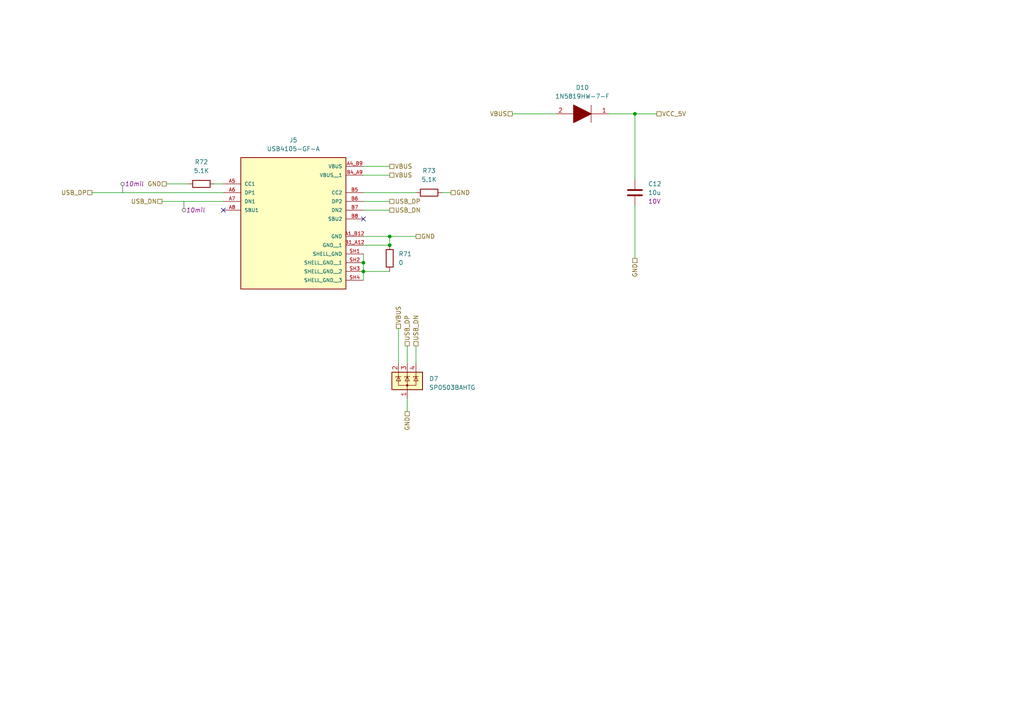
<source format=kicad_sch>
(kicad_sch (version 20250114) (generator "eeschema") (generator_version "9.0")
  (paper "A4")
  (title_block (title "A1S Mini Board") (date "2025-03-30") (rev "0.3.0") (company "Martin Roger"))
  (lib_symbols
    (symbol "DIY:USB4105-GF-A" (pin_names (offset 1.016))
      (property "Reference" "J" (at -15.24 13.97 0))
      (property "Value" "USB4105-GF-A" (at -15.24 -27.94 0))
      (symbol "USB4105-GF-A_0_0"
        (rectangle (start -15.24 -25.4) (end 15.24 12.7) (stroke (width 0.254)) (fill (type background)))
        (pin bidirectional line (at -20.32 5.08 0) (length 5.08) (name "CC1") (number "A5"))
        (pin bidirectional line (at -20.32 2.54 0) (length 5.08) (name "DP1") (number "A6"))
        (pin bidirectional line (at -20.32 0 0) (length 5.08) (name "DN1") (number "A7"))
        (pin bidirectional line (at -20.32 -2.54 0) (length 5.08) (name "SBU1") (number "A8"))
        (pin power_in line (at 20.32 10.16 180) (length 5.08) (name "VBUS") (number "A4_B9"))
        (pin power_in line (at 20.32 7.62 180) (length 5.08) (name "VBUS__1") (number "B4_A9"))
        (pin bidirectional line (at 20.32 2.54 180) (length 5.08) (name "CC2") (number "B5"))
        (pin bidirectional line (at 20.32 0 180) (length 5.08) (name "DP2") (number "B6"))
        (pin bidirectional line (at 20.32 -2.54 180) (length 5.08) (name "DN2") (number "B7"))
        (pin bidirectional line (at 20.32 -5.08 180) (length 5.08) (name "SBU2") (number "B8"))
        (pin power_in line (at 20.32 -10.16 180) (length 5.08) (name "GND") (number "A1_B12"))
        (pin power_in line (at 20.32 -12.7 180) (length 5.08) (name "GND__1") (number "B1_A12"))
        (pin power_in line (at 20.32 -15.24 180) (length 5.08) (name "SHELL_GND") (number "SH1"))
        (pin power_in line (at 20.32 -17.78 180) (length 5.08) (name "SHELL_GND__1") (number "SH2"))
        (pin power_in line (at 20.32 -20.32 180) (length 5.08) (name "SHELL_GND__2") (number "SH3"))
        (pin power_in line (at 20.32 -22.86 180) (length 5.08) (name "SHELL_GND__3") (number "SH4"))
      )
    )
    (symbol "Power_Protection:SP0503BAHT" (pin_names (hide yes))
      (property "Reference" "D" (at 5.715 2.54 0))
      (property "Value" "SP0503BAHT" (at 5.715 0.635 0))
      (symbol "SP0503BAHT_0_0"
        (pin passive line (at 0 -5.08 90) (length 2.54) (name "A") (number "1"))
      )
      (symbol "SP0503BAHT_0_1"
        (rectangle (start -4.445 2.54) (end 4.445 -2.54) (stroke (width 0.254)) (fill (type background)))
        (polyline (pts (xy -3.302 1.016) (xy -3.302 1.27) (xy -1.905 1.27) (xy -1.778 1.27)))
        (polyline (pts (xy -2.54 2.54) (xy -2.54 1.27)))
        (polyline (pts (xy -2.54 1.27) (xy -2.54 -1.27) (xy 2.54 -1.27) (xy 2.54 1.27)))
        (polyline (pts (xy -2.54 1.27) (xy -1.905 0) (xy -3.175 0) (xy -2.54 1.27)))
        (polyline (pts (xy 0 2.54) (xy 0 1.27)))
        (polyline (pts (xy 0 -1.27) (xy 0 1.27)))
        (polyline (pts (xy 0 -1.27) (xy 0 -2.54)))
        (circle (center 0 -1.27) (radius 0.254) (fill (type outline)))
        (polyline (pts (xy 0.635 1.27) (xy 0.762 1.27)))
        (polyline (pts (xy 0.635 1.27) (xy -0.762 1.27) (xy -0.762 1.016)))
        (polyline (pts (xy 0.635 0) (xy -0.635 0) (xy 0 1.27) (xy 0.635 0)))
        (polyline (pts (xy 1.778 1.016) (xy 1.778 1.27) (xy 3.175 1.27) (xy 3.302 1.27)))
        (polyline (pts (xy 2.54 2.54) (xy 2.54 1.27)))
        (polyline (pts (xy 2.54 1.27) (xy 1.905 0) (xy 3.175 0) (xy 2.54 1.27)))
      )
      (symbol "SP0503BAHT_1_1"
        (pin passive line (at -2.54 5.08 270) (length 2.54) (name "K") (number "2"))
        (pin passive line (at 0 5.08 270) (length 2.54) (name "K") (number "3"))
        (pin passive line (at 2.54 5.08 270) (length 2.54) (name "K") (number "4"))
      )
    )
    (symbol "VXDash_diodes:1N5819HW-7-F" (pin_names (offset 0.762))
      (property "Reference" "D" (at 11.43 5.08 0))
      (property "Value" "1N5819HW-7-F" (at 11.43 2.54 0))
      (symbol "1N5819HW-7-F_0_0"
        (pin passive line (at 0 0 0) (length 2.54) (name "~") (number "1"))
        (pin passive line (at 15.24 0 180) (length 2.54) (name "~") (number "2"))
      )
      (symbol "1N5819HW-7-F_0_1"
        (polyline (pts (xy 2.54 0) (xy 5.08 0)) (stroke (width 0.1524)))
        (polyline (pts (xy 5.08 2.54) (xy 5.08 -2.54)) (stroke (width 0.1524)))
        (polyline (pts (xy 5.08 0) (xy 10.16 2.54) (xy 10.16 -2.54) (xy 5.08 0)) (stroke (width 0.254)) (fill (type outline)))
        (polyline (pts (xy 10.16 0) (xy 12.7 0)) (stroke (width 0.1524)))
      )
    )
    (symbol "VXDash_passives:Cap_MLCC" (pin_numbers (hide yes)) (pin_names (offset 0.254))
      (property "Reference" "C" (at 2.54 2.54 0))
      (property "Value" "Cap_MLCC" (at 2.54 0 0))
      (property "Voltage" "50V" (at 2.54 -2.54 0))
      (symbol "Cap_MLCC_0_1"
        (polyline (pts (xy -2.032 0.762) (xy 2.032 0.762)) (stroke (width 0.508)))
        (polyline (pts (xy -2.032 -0.762) (xy 2.032 -0.762)) (stroke (width 0.508)))
      )
      (symbol "Cap_MLCC_1_1"
        (pin passive line (at 0 3.81 270) (length 2.794) (name "~") (number "1"))
        (pin passive line (at 0 -3.81 90) (length 2.794) (name "~") (number "2"))
      )
    )
    (symbol "VXDash_passives:Res" (pin_numbers (hide yes)) (pin_names (offset 0))
      (property "Reference" "R" (at 1.27 1.27 0))
      (property "Value" "Res" (at 1.27 -1.27 0))
      (symbol "Res_0_1"
        (rectangle (start -1.016 -2.54) (end 1.016 2.54) (stroke (width 0.254)))
      )
      (symbol "Res_1_1"
        (pin passive line (at 0 3.81 270) (length 1.27) (name "~") (number "1"))
        (pin passive line (at 0 -3.81 90) (length 1.27) (name "~") (number "2"))
      )
    )
  )
  (junction (at 105.41 78.74))
  (junction (at 113.03 71.12))
  (junction (at 113.03 68.58))
  (junction (at 105.41 76.2))
  (junction (at 184.15 33.02))
  (no_connect (at 64.77 60.96))
  (no_connect (at 105.41 63.5))
  (wire (pts (xy 176.53 33.02) (xy 184.15 33.02)))
  (wire (pts (xy 62.23 53.34) (xy 64.77 53.34)))
  (wire (pts (xy 118.11 115.57) (xy 118.11 119.38)))
  (wire (pts (xy 105.41 71.12) (xy 113.03 71.12)))
  (wire (pts (xy 115.57 95.25) (xy 115.57 105.41)))
  (wire (pts (xy 26.67 55.88) (xy 64.77 55.88)))
  (wire (pts (xy 184.15 59.69) (xy 184.15 74.93)))
  (wire (pts (xy 105.41 76.2) (xy 105.41 78.74)))
  (wire (pts (xy 105.41 48.26) (xy 113.03 48.26)))
  (wire (pts (xy 105.41 78.74) (xy 105.41 81.28)))
  (wire (pts (xy 148.59 33.02) (xy 161.29 33.02)))
  (wire (pts (xy 46.99 58.42) (xy 64.77 58.42)))
  (wire (pts (xy 105.41 68.58) (xy 113.03 68.58)))
  (wire (pts (xy 128.27 55.88) (xy 130.81 55.88)))
  (wire (pts (xy 105.41 78.74) (xy 113.03 78.74)))
  (wire (pts (xy 105.41 55.88) (xy 120.65 55.88)))
  (wire (pts (xy 184.15 33.02) (xy 190.5 33.02)))
  (wire (pts (xy 120.65 100.33) (xy 120.65 105.41)))
  (wire (pts (xy 118.11 100.33) (xy 118.11 105.41)))
  (wire (pts (xy 105.41 50.8) (xy 113.03 50.8)))
  (wire (pts (xy 184.15 33.02) (xy 184.15 52.07)))
  (wire (pts (xy 113.03 68.58) (xy 120.65 68.58)))
  (wire (pts (xy 105.41 60.96) (xy 113.03 60.96)))
  (wire (pts (xy 105.41 58.42) (xy 113.03 58.42)))
  (wire (pts (xy 113.03 68.58) (xy 113.03 71.12)))
  (wire (pts (xy 105.41 73.66) (xy 105.41 76.2)))
  (wire (pts (xy 48.26 53.34) (xy 54.61 53.34)))
  (hierarchical_label "VBUS" (shape passive) (at 113.03 48.26 0))
  (hierarchical_label "VCC_5V" (shape passive) (at 190.5 33.02 0))
  (hierarchical_label "GND" (shape passive) (at 184.15 74.93 270))
  (hierarchical_label "USB_DN" (shape passive) (at 113.03 60.96 0))
  (hierarchical_label "GND" (shape passive) (at 118.11 119.38 270))
  (hierarchical_label "GND" (shape passive) (at 120.65 68.58 0))
  (hierarchical_label "VBUS" (shape passive) (at 113.03 50.8 0))
  (hierarchical_label "VBUS" (shape passive) (at 148.59 33.02 180))
  (hierarchical_label "USB_DP" (shape passive) (at 113.03 58.42 0))
  (hierarchical_label "GND" (shape passive) (at 130.81 55.88 0))
  (hierarchical_label "USB_DP" (shape passive) (at 118.11 100.33 90))
  (hierarchical_label "USB_DN" (shape passive) (at 46.99 58.42 180))
  (hierarchical_label "VBUS" (shape passive) (at 115.57 95.25 90))
  (hierarchical_label "USB_DN" (shape passive) (at 120.65 100.33 90))
  (hierarchical_label "USB_DP" (shape passive) (at 26.67 55.88 180))
  (hierarchical_label "GND" (shape passive) (at 48.26 53.34 180))
  (netclass_flag "" (length 2.54) (shape round) (at 35.56 55.88 0) (property "Netclass" "10mil" (at 36.1696 53.34 0) (effects (font (italic yes)) (justify left))))
  (netclass_flag "" (length 2.54) (shape round) (at 53.34 58.42 180) (property "Netclass" "10mil" (at 53.9496 60.96 0) (effects (font (italic yes)) (justify left))))
  (symbol (lib_id "VXDash_passives:Res") (at 113.03 74.93 0) (unit 1)
    (property "Reference" "R71" (at 115.57 73.6599 0) (effects (justify left)))
    (property "Value" "0" (at 115.57 76.1999 0) (effects (justify left)))
    (property "Description" "Resistor" (effects (hide yes)))
    (property "Tol" "1%" (effects (hide yes)))
    (property "Power" "100mW" (effects (hide yes)))
  )
  (symbol (lib_id "DIY:USB4105-GF-A") (at 85.09 58.42 0) (unit 1)
    (property "Reference" "J5" (at 85.09 40.64 0))
    (property "Value" "USB4105-GF-A" (at 85.09 43.18 0))
    (property "Footprint" "DIY:GCT_USB4105-GF-A" (effects (hide yes)))
    (property "Datasheet" "https://mm.digikey.com/Volume0/opasdata/d220001/medias/docus/5492/USB4105.pdf" (effects (hide yes)))
    (property "Description" "CONN RCP USB2.0 TYP C 24P SMD RA" (effects (hide yes)))
    (property "PARTREV" "B4" (effects (hide yes)))
    (property "STANDARD" "Manufacturer Recommendations" (effects (hide yes)))
    (property "MAXIMUM_PACKAGE_HEIGHT" "3.31 mm" (effects (hide yes)))
    (property "MANUFACTURER" "GCT" (effects (hide yes)))
    (property "Manufacturer_Name" "GCT" (effects (hide yes)))
    (property "Manufacturer_Part_Number" "USB4105-GF-A" (effects (hide yes)))
    (property "Type" "SMD" (effects (hide yes)))
    (instances (project "a1s-mini" (path "" (reference "J5") (unit 1)) (path "" (reference "J6") (unit 1))) (project "a1s-mini" (path "" (reference "J5") (unit 1))))
  )
  (symbol (lib_id "VXDash_diodes:1N5819HW-7-F") (at 176.53 33.02 180) (unit 1)
    (property "Reference" "D10" (at 168.91 25.4 0))
    (property "Value" "1N5819HW-7-F" (at 168.91 27.94 0))
    (property "Footprint" "Diode_SMD:D_SOD-123" (effects (hide yes)))
    (property "Datasheet" "https://www.diodes.com//assets/Datasheets/1N5819HW.pdf" (effects (hide yes)))
    (property "Description" "Diode Schottky 1A 40V SOD123 Diodes Inc 1N5819HW-7-F, SMT Schottky Diode, 40V 1A, 2-Pin SOD-123" (effects (hide yes)))
    (property "Height" "1.45" (effects (hide yes)))
    (property "Manufacturer_Name" "Diodes Incorporated" (effects (hide yes)))
    (property "Manufacturer_Part_Number" "1N5819HW-7-F" (effects (hide yes)))
    (property "Mouser Part Number" "621-1N5819HW-F" (effects (hide yes)))
    (property "Mouser Price/Stock" "https://www.mouser.co.uk/ProductDetail/Diodes-Incorporated/1N5819HW-7-F?qs=NQ47qNm99eDyWTEd07miYA%3D%3D" (effects (hide yes)))
    (property "Arrow Part Number" "1N5819HW-7-F" (effects (hide yes)))
    (property "Arrow Price/Stock" "https://www.arrow.com/en/products/1n5819hw-7-f/diodes-incorporated?utm_currency=USD&region=nac" (effects (hide yes)))
    (property "Type" "SMD" (effects (hide yes)))
    (property "MFT" "Diodes Incorporated" (effects (hide yes)))
    (property "MFT_PN" "1N5819HW-7-F" (effects (hide yes)))
    (instances (project "a1s-mini" (path "" (reference "D10") (unit 1)) (path "" (reference "D14") (unit 1))) (project "a1s-mini" (path "" (reference "D10") (unit 1))))
  )
  (symbol (lib_id "VXDash_passives:Res") (at 124.46 55.88 90) (unit 1)
    (property "Reference" "R73" (at 124.46 49.53 90))
    (property "Value" "5.1K" (at 124.46 52.07 90))
    (property "Description" "Resistor" (effects (hide yes)))
    (property "Tol" "1%" (effects (hide yes)))
    (property "Power" "100mW" (effects (hide yes)))
  )
  (symbol (lib_id "VXDash_passives:Res") (at 58.42 53.34 90) (unit 1)
    (property "Reference" "R72" (at 58.42 46.99 90))
    (property "Value" "5.1K" (at 58.42 49.53 90))
    (property "Description" "Resistor" (effects (hide yes)))
    (property "Tol" "1%" (effects (hide yes)))
    (property "Power" "100mW" (effects (hide yes)))
  )
  (symbol (lib_id "VXDash_passives:Cap_MLCC") (at 184.15 55.88 180) (unit 1)
    (property "Reference" "C12" (at 187.96 53.3399 0) (effects (justify right)))
    (property "Value" "10u" (at 187.96 55.8799 0) (effects (justify right)))
    (property "Footprint" "Capacitor_SMD:C_0603_1608Metric" (effects (hide yes)))
    (property "Description" "Ceremic capacitor" (effects (hide yes)))
    (property "Manufacturer_Name" "Samsung Electro-Mechanics" (effects (hide yes)))
    (property "Manufacturer_Part_Number" "CL10A106KP8NNNC" (effects (hide yes)))
    (property "Type" "SMD" (effects (hide yes)))
    (property "Voltage" "10V" (at 187.96 58.4199 0) (effects (justify right)))
    (property "Tol" "10%" (effects (hide yes)))
    (property "Dielectric" "X7R" (effects (hide yes)))
    (instances (project "a1s-mini" (path "" (reference "C12") (unit 1)) (path "" (reference "C15") (unit 1))) (project "a1s-mini" (path "" (reference "C12") (unit 1))))
  )
  (symbol (lib_id "Power_Protection:SP0503BAHT") (at 118.11 110.49 0) (unit 1)
    (property "Reference" "D7" (at 124.46 109.855 0) (effects (justify left)))
    (property "Value" "SP0503BAHTG" (at 124.46 112.395 0) (effects (justify left)))
    (property "Footprint" "Package_TO_SOT_SMD:SOT-143" (effects (hide yes)))
    (property "Datasheet" "http://www.littelfuse.com/~/media/files/littelfuse/technical%20resources/documents/data%20sheets/sp05xxba.pdf" (effects (hide yes)))
    (property "Description" "TVS DIODE 5.5VWM 8.5VC SOT1434" (effects (hide yes)))
    (property "Manufacturer_Name" "Littelfuse Inc" (effects (hide yes)))
    (property "Manufacturer_Part_Number" "SP0503BAHTG" (effects (hide yes)))
    (property "Type" "SMD" (effects (hide yes)))
    (instances (project "a1s-mini" (path "" (reference "D7") (unit 1)) (path "" (reference "D8") (unit 1))) (project "a1s-mini" (path "" (reference "D7") (unit 1))))
  )
)
</source>
